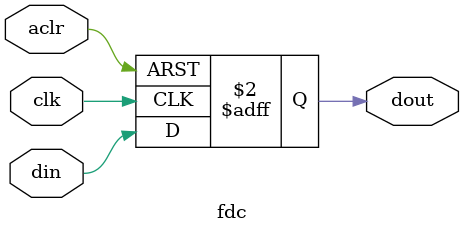
<source format=v>
module fdc(input din,input clk,input aclr,output reg dout);


always @(posedge clk, posedge aclr)
begin
	if(aclr)dout <= 0;
		else dout <= din;
end

endmodule
		
</source>
